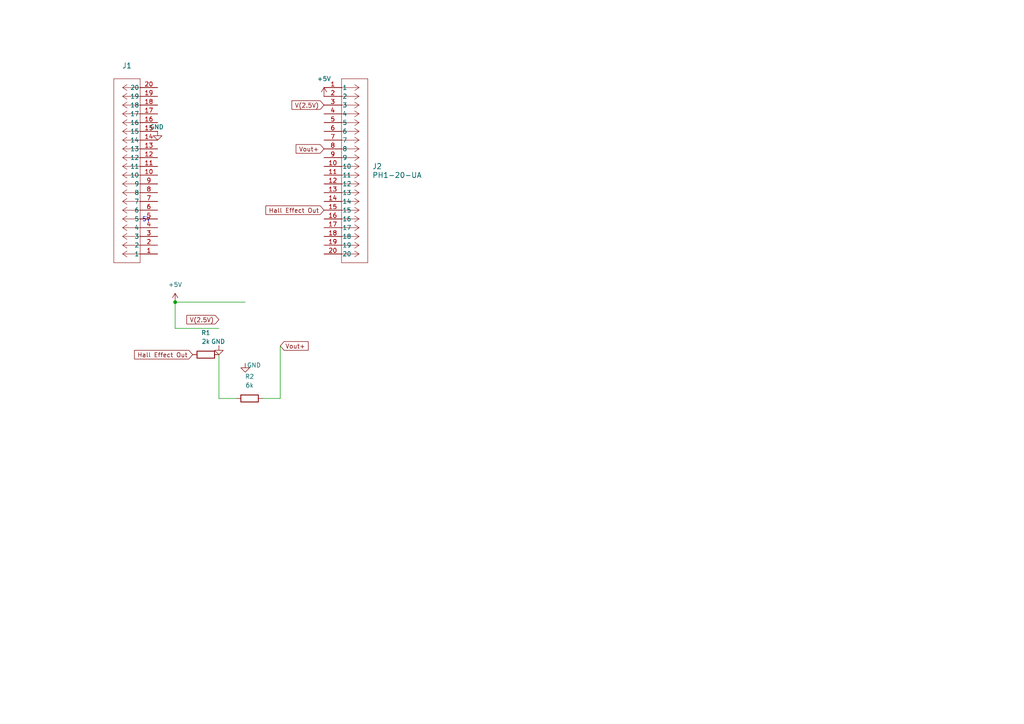
<source format=kicad_sch>
(kicad_sch (version 20250114) (generator "eeschema") (generator_version "9.0")
  (paper "A4")
  (lib_symbols
    (symbol "20 pins:PH1-20-UA" (pin_names (offset 0.254))
      (property "Reference" "J" (at 8.89 6.35 0))
      (property "Value" "PH1-20-UA" (at 0 0 0))
      (symbol "PH1-20-UA_1_1"
        (polyline (pts (xy 5.08 2.54) (xy 5.08 -50.8)) (stroke (width 0.127)))
        (polyline (pts (xy 5.08 -50.8) (xy 12.7 -50.8)) (stroke (width 0.127)))
        (polyline (pts (xy 10.16 0) (xy 5.08 0)) (stroke (width 0.127)))
        (polyline (pts (xy 10.16 0) (xy 8.89 0.8467)) (stroke (width 0.127)))
        (polyline (pts (xy 10.16 0) (xy 8.89 -0.8467)) (stroke (width 0.127)))
        (polyline (pts (xy 10.16 -2.54) (xy 5.08 -2.54)) (stroke (width 0.127)))
        (polyline (pts (xy 10.16 -2.54) (xy 8.89 -1.6933)) (stroke (width 0.127)))
        (polyline (pts (xy 10.16 -2.54) (xy 8.89 -3.3867)) (stroke (width 0.127)))
        (polyline (pts (xy 10.16 -5.08) (xy 5.08 -5.08)) (stroke (width 0.127)))
        (polyline (pts (xy 10.16 -5.08) (xy 8.89 -4.2333)) (stroke (width 0.127)))
        (polyline (pts (xy 10.16 -5.08) (xy 8.89 -5.9267)) (stroke (width 0.127)))
        (polyline (pts (xy 10.16 -7.62) (xy 5.08 -7.62)) (stroke (width 0.127)))
        (polyline (pts (xy 10.16 -7.62) (xy 8.89 -6.7733)) (stroke (width 0.127)))
        (polyline (pts (xy 10.16 -7.62) (xy 8.89 -8.4667)) (stroke (width 0.127)))
        (polyline (pts (xy 10.16 -10.16) (xy 5.08 -10.16)) (stroke (width 0.127)))
        (polyline (pts (xy 10.16 -10.16) (xy 8.89 -9.3133)) (stroke (width 0.127)))
        (polyline (pts (xy 10.16 -10.16) (xy 8.89 -11.0067)) (stroke (width 0.127)))
        (polyline (pts (xy 10.16 -12.7) (xy 5.08 -12.7)) (stroke (width 0.127)))
        (polyline (pts (xy 10.16 -12.7) (xy 8.89 -11.8533)) (stroke (width 0.127)))
        (polyline (pts (xy 10.16 -12.7) (xy 8.89 -13.5467)) (stroke (width 0.127)))
        (polyline (pts (xy 10.16 -15.24) (xy 5.08 -15.24)) (stroke (width 0.127)))
        (polyline (pts (xy 10.16 -15.24) (xy 8.89 -14.3933)) (stroke (width 0.127)))
        (polyline (pts (xy 10.16 -15.24) (xy 8.89 -16.0867)) (stroke (width 0.127)))
        (polyline (pts (xy 10.16 -17.78) (xy 5.08 -17.78)) (stroke (width 0.127)))
        (polyline (pts (xy 10.16 -17.78) (xy 8.89 -16.9333)) (stroke (width 0.127)))
        (polyline (pts (xy 10.16 -17.78) (xy 8.89 -18.6267)) (stroke (width 0.127)))
        (polyline (pts (xy 10.16 -20.32) (xy 5.08 -20.32)) (stroke (width 0.127)))
        (polyline (pts (xy 10.16 -20.32) (xy 8.89 -19.4733)) (stroke (width 0.127)))
        (polyline (pts (xy 10.16 -20.32) (xy 8.89 -21.1667)) (stroke (width 0.127)))
        (polyline (pts (xy 10.16 -22.86) (xy 5.08 -22.86)) (stroke (width 0.127)))
        (polyline (pts (xy 10.16 -22.86) (xy 8.89 -22.0133)) (stroke (width 0.127)))
        (polyline (pts (xy 10.16 -22.86) (xy 8.89 -23.7067)) (stroke (width 0.127)))
        (polyline (pts (xy 10.16 -25.4) (xy 5.08 -25.4)) (stroke (width 0.127)))
        (polyline (pts (xy 10.16 -25.4) (xy 8.89 -24.5533)) (stroke (width 0.127)))
        (polyline (pts (xy 10.16 -25.4) (xy 8.89 -26.2467)) (stroke (width 0.127)))
        (polyline (pts (xy 10.16 -27.94) (xy 5.08 -27.94)) (stroke (width 0.127)))
        (polyline (pts (xy 10.16 -27.94) (xy 8.89 -27.0933)) (stroke (width 0.127)))
        (polyline (pts (xy 10.16 -27.94) (xy 8.89 -28.7867)) (stroke (width 0.127)))
        (polyline (pts (xy 10.16 -30.48) (xy 5.08 -30.48)) (stroke (width 0.127)))
        (polyline (pts (xy 10.16 -30.48) (xy 8.89 -29.6333)) (stroke (width 0.127)))
        (polyline (pts (xy 10.16 -30.48) (xy 8.89 -31.3267)) (stroke (width 0.127)))
        (polyline (pts (xy 10.16 -33.02) (xy 5.08 -33.02)) (stroke (width 0.127)))
        (polyline (pts (xy 10.16 -33.02) (xy 8.89 -32.1733)) (stroke (width 0.127)))
        (polyline (pts (xy 10.16 -33.02) (xy 8.89 -33.8667)) (stroke (width 0.127)))
        (polyline (pts (xy 10.16 -35.56) (xy 5.08 -35.56)) (stroke (width 0.127)))
        (polyline (pts (xy 10.16 -35.56) (xy 8.89 -34.7133)) (stroke (width 0.127)))
        (polyline (pts (xy 10.16 -35.56) (xy 8.89 -36.4067)) (stroke (width 0.127)))
        (polyline (pts (xy 10.16 -38.1) (xy 5.08 -38.1)) (stroke (width 0.127)))
        (polyline (pts (xy 10.16 -38.1) (xy 8.89 -37.2533)) (stroke (width 0.127)))
        (polyline (pts (xy 10.16 -38.1) (xy 8.89 -38.9467)) (stroke (width 0.127)))
        (polyline (pts (xy 10.16 -40.64) (xy 5.08 -40.64)) (stroke (width 0.127)))
        (polyline (pts (xy 10.16 -40.64) (xy 8.89 -39.7933)) (stroke (width 0.127)))
        (polyline (pts (xy 10.16 -40.64) (xy 8.89 -41.4867)) (stroke (width 0.127)))
        (polyline (pts (xy 10.16 -43.18) (xy 5.08 -43.18)) (stroke (width 0.127)))
        (polyline (pts (xy 10.16 -43.18) (xy 8.89 -42.3333)) (stroke (width 0.127)))
        (polyline (pts (xy 10.16 -43.18) (xy 8.89 -44.0267)) (stroke (width 0.127)))
        (polyline (pts (xy 10.16 -45.72) (xy 5.08 -45.72)) (stroke (width 0.127)))
        (polyline (pts (xy 10.16 -45.72) (xy 8.89 -44.8733)) (stroke (width 0.127)))
        (polyline (pts (xy 10.16 -45.72) (xy 8.89 -46.5667)) (stroke (width 0.127)))
        (polyline (pts (xy 10.16 -48.26) (xy 5.08 -48.26)) (stroke (width 0.127)))
        (polyline (pts (xy 10.16 -48.26) (xy 8.89 -47.4133)) (stroke (width 0.127)))
        (polyline (pts (xy 10.16 -48.26) (xy 8.89 -49.1067)) (stroke (width 0.127)))
        (polyline (pts (xy 12.7 2.54) (xy 5.08 2.54)) (stroke (width 0.127)))
        (polyline (pts (xy 12.7 -50.8) (xy 12.7 2.54)) (stroke (width 0.127)))
        (pin unspecified line (at 0 0 0) (length 5.08) (name "1") (number "1"))
        (pin unspecified line (at 0 -2.54 0) (length 5.08) (name "2") (number "2"))
        (pin unspecified line (at 0 -5.08 0) (length 5.08) (name "3") (number "3"))
        (pin unspecified line (at 0 -7.62 0) (length 5.08) (name "4") (number "4"))
        (pin unspecified line (at 0 -10.16 0) (length 5.08) (name "5") (number "5"))
        (pin unspecified line (at 0 -12.7 0) (length 5.08) (name "6") (number "6"))
        (pin unspecified line (at 0 -15.24 0) (length 5.08) (name "7") (number "7"))
        (pin unspecified line (at 0 -17.78 0) (length 5.08) (name "8") (number "8"))
        (pin unspecified line (at 0 -20.32 0) (length 5.08) (name "9") (number "9"))
        (pin unspecified line (at 0 -22.86 0) (length 5.08) (name "10") (number "10"))
        (pin unspecified line (at 0 -25.4 0) (length 5.08) (name "11") (number "11"))
        (pin unspecified line (at 0 -27.94 0) (length 5.08) (name "12") (number "12"))
        (pin unspecified line (at 0 -30.48 0) (length 5.08) (name "13") (number "13"))
        (pin unspecified line (at 0 -33.02 0) (length 5.08) (name "14") (number "14"))
        (pin unspecified line (at 0 -35.56 0) (length 5.08) (name "15") (number "15"))
        (pin unspecified line (at 0 -38.1 0) (length 5.08) (name "16") (number "16"))
        (pin unspecified line (at 0 -40.64 0) (length 5.08) (name "17") (number "17"))
        (pin unspecified line (at 0 -43.18 0) (length 5.08) (name "18") (number "18"))
        (pin unspecified line (at 0 -45.72 0) (length 5.08) (name "19") (number "19"))
        (pin unspecified line (at 0 -48.26 0) (length 5.08) (name "20") (number "20"))
      )
      (symbol "PH1-20-UA_1_2"
        (polyline (pts (xy 5.08 2.54) (xy 5.08 -50.8)) (stroke (width 0.127)))
        (polyline (pts (xy 5.08 -50.8) (xy 12.7 -50.8)) (stroke (width 0.127)))
        (polyline (pts (xy 7.62 0) (xy 5.08 0)) (stroke (width 0.127)))
        (polyline (pts (xy 7.62 0) (xy 8.89 0.8467)) (stroke (width 0.127)))
        (polyline (pts (xy 7.62 0) (xy 8.89 -0.8467)) (stroke (width 0.127)))
        (polyline (pts (xy 7.62 -2.54) (xy 5.08 -2.54)) (stroke (width 0.127)))
        (polyline (pts (xy 7.62 -2.54) (xy 8.89 -1.6933)) (stroke (width 0.127)))
        (polyline (pts (xy 7.62 -2.54) (xy 8.89 -3.3867)) (stroke (width 0.127)))
        (polyline (pts (xy 7.62 -5.08) (xy 5.08 -5.08)) (stroke (width 0.127)))
        (polyline (pts (xy 7.62 -5.08) (xy 8.89 -4.2333)) (stroke (width 0.127)))
        (polyline (pts (xy 7.62 -5.08) (xy 8.89 -5.9267)) (stroke (width 0.127)))
        (polyline (pts (xy 7.62 -7.62) (xy 5.08 -7.62)) (stroke (width 0.127)))
        (polyline (pts (xy 7.62 -7.62) (xy 8.89 -6.7733)) (stroke (width 0.127)))
        (polyline (pts (xy 7.62 -7.62) (xy 8.89 -8.4667)) (stroke (width 0.127)))
        (polyline (pts (xy 7.62 -10.16) (xy 5.08 -10.16)) (stroke (width 0.127)))
        (polyline (pts (xy 7.62 -10.16) (xy 8.89 -9.3133)) (stroke (width 0.127)))
        (polyline (pts (xy 7.62 -10.16) (xy 8.89 -11.0067)) (stroke (width 0.127)))
        (polyline (pts (xy 7.62 -12.7) (xy 5.08 -12.7)) (stroke (width 0.127)))
        (polyline (pts (xy 7.62 -12.7) (xy 8.89 -11.8533)) (stroke (width 0.127)))
        (polyline (pts (xy 7.62 -12.7) (xy 8.89 -13.5467)) (stroke (width 0.127)))
        (polyline (pts (xy 7.62 -15.24) (xy 5.08 -15.24)) (stroke (width 0.127)))
        (polyline (pts (xy 7.62 -15.24) (xy 8.89 -14.3933)) (stroke (width 0.127)))
        (polyline (pts (xy 7.62 -15.24) (xy 8.89 -16.0867)) (stroke (width 0.127)))
        (polyline (pts (xy 7.62 -17.78) (xy 5.08 -17.78)) (stroke (width 0.127)))
        (polyline (pts (xy 7.62 -17.78) (xy 8.89 -16.9333)) (stroke (width 0.127)))
        (polyline (pts (xy 7.62 -17.78) (xy 8.89 -18.6267)) (stroke (width 0.127)))
        (polyline (pts (xy 7.62 -20.32) (xy 5.08 -20.32)) (stroke (width 0.127)))
        (polyline (pts (xy 7.62 -20.32) (xy 8.89 -19.4733)) (stroke (width 0.127)))
        (polyline (pts (xy 7.62 -20.32) (xy 8.89 -21.1667)) (stroke (width 0.127)))
        (polyline (pts (xy 7.62 -22.86) (xy 5.08 -22.86)) (stroke (width 0.127)))
        (polyline (pts (xy 7.62 -22.86) (xy 8.89 -22.0133)) (stroke (width 0.127)))
        (polyline (pts (xy 7.62 -22.86) (xy 8.89 -23.7067)) (stroke (width 0.127)))
        (polyline (pts (xy 7.62 -25.4) (xy 5.08 -25.4)) (stroke (width 0.127)))
        (polyline (pts (xy 7.62 -25.4) (xy 8.89 -24.5533)) (stroke (width 0.127)))
        (polyline (pts (xy 7.62 -25.4) (xy 8.89 -26.2467)) (stroke (width 0.127)))
        (polyline (pts (xy 7.62 -27.94) (xy 5.08 -27.94)) (stroke (width 0.127)))
        (polyline (pts (xy 7.62 -27.94) (xy 8.89 -27.0933)) (stroke (width 0.127)))
        (polyline (pts (xy 7.62 -27.94) (xy 8.89 -28.7867)) (stroke (width 0.127)))
        (polyline (pts (xy 7.62 -30.48) (xy 5.08 -30.48)) (stroke (width 0.127)))
        (polyline (pts (xy 7.62 -30.48) (xy 8.89 -29.6333)) (stroke (width 0.127)))
        (polyline (pts (xy 7.62 -30.48) (xy 8.89 -31.3267)) (stroke (width 0.127)))
        (polyline (pts (xy 7.62 -33.02) (xy 5.08 -33.02)) (stroke (width 0.127)))
        (polyline (pts (xy 7.62 -33.02) (xy 8.89 -32.1733)) (stroke (width 0.127)))
        (polyline (pts (xy 7.62 -33.02) (xy 8.89 -33.8667)) (stroke (width 0.127)))
        (polyline (pts (xy 7.62 -35.56) (xy 5.08 -35.56)) (stroke (width 0.127)))
        (polyline (pts (xy 7.62 -35.56) (xy 8.89 -34.7133)) (stroke (width 0.127)))
        (polyline (pts (xy 7.62 -35.56) (xy 8.89 -36.4067)) (stroke (width 0.127)))
        (polyline (pts (xy 7.62 -38.1) (xy 5.08 -38.1)) (stroke (width 0.127)))
        (polyline (pts (xy 7.62 -38.1) (xy 8.89 -37.2533)) (stroke (width 0.127)))
        (polyline (pts (xy 7.62 -38.1) (xy 8.89 -38.9467)) (stroke (width 0.127)))
        (polyline (pts (xy 7.62 -40.64) (xy 5.08 -40.64)) (stroke (width 0.127)))
        (polyline (pts (xy 7.62 -40.64) (xy 8.89 -39.7933)) (stroke (width 0.127)))
        (polyline (pts (xy 7.62 -40.64) (xy 8.89 -41.4867)) (stroke (width 0.127)))
        (polyline (pts (xy 7.62 -43.18) (xy 5.08 -43.18)) (stroke (width 0.127)))
        (polyline (pts (xy 7.62 -43.18) (xy 8.89 -42.3333)) (stroke (width 0.127)))
        (polyline (pts (xy 7.62 -43.18) (xy 8.89 -44.0267)) (stroke (width 0.127)))
        (polyline (pts (xy 7.62 -45.72) (xy 5.08 -45.72)) (stroke (width 0.127)))
        (polyline (pts (xy 7.62 -45.72) (xy 8.89 -44.8733)) (stroke (width 0.127)))
        (polyline (pts (xy 7.62 -45.72) (xy 8.89 -46.5667)) (stroke (width 0.127)))
        (polyline (pts (xy 7.62 -48.26) (xy 5.08 -48.26)) (stroke (width 0.127)))
        (polyline (pts (xy 7.62 -48.26) (xy 8.89 -47.4133)) (stroke (width 0.127)))
        (polyline (pts (xy 7.62 -48.26) (xy 8.89 -49.1067)) (stroke (width 0.127)))
        (polyline (pts (xy 12.7 2.54) (xy 5.08 2.54)) (stroke (width 0.127)))
        (polyline (pts (xy 12.7 -50.8) (xy 12.7 2.54)) (stroke (width 0.127)))
        (pin unspecified line (at 0 0 0) (length 5.08) (name "1") (number "1"))
        (pin unspecified line (at 0 -2.54 0) (length 5.08) (name "2") (number "2"))
        (pin unspecified line (at 0 -5.08 0) (length 5.08) (name "3") (number "3"))
        (pin unspecified line (at 0 -7.62 0) (length 5.08) (name "4") (number "4"))
        (pin unspecified line (at 0 -10.16 0) (length 5.08) (name "5") (number "5"))
        (pin unspecified line (at 0 -12.7 0) (length 5.08) (name "6") (number "6"))
        (pin unspecified line (at 0 -15.24 0) (length 5.08) (name "7") (number "7"))
        (pin unspecified line (at 0 -17.78 0) (length 5.08) (name "8") (number "8"))
        (pin unspecified line (at 0 -20.32 0) (length 5.08) (name "9") (number "9"))
        (pin unspecified line (at 0 -22.86 0) (length 5.08) (name "10") (number "10"))
        (pin unspecified line (at 0 -25.4 0) (length 5.08) (name "11") (number "11"))
        (pin unspecified line (at 0 -27.94 0) (length 5.08) (name "12") (number "12"))
        (pin unspecified line (at 0 -30.48 0) (length 5.08) (name "13") (number "13"))
        (pin unspecified line (at 0 -33.02 0) (length 5.08) (name "14") (number "14"))
        (pin unspecified line (at 0 -35.56 0) (length 5.08) (name "15") (number "15"))
        (pin unspecified line (at 0 -38.1 0) (length 5.08) (name "16") (number "16"))
        (pin unspecified line (at 0 -40.64 0) (length 5.08) (name "17") (number "17"))
        (pin unspecified line (at 0 -43.18 0) (length 5.08) (name "18") (number "18"))
        (pin unspecified line (at 0 -45.72 0) (length 5.08) (name "19") (number "19"))
        (pin unspecified line (at 0 -48.26 0) (length 5.08) (name "20") (number "20"))
      )
    )
    (symbol "Device:R" (pin_numbers (hide yes)) (pin_names (offset 0))
      (property "Reference" "R" (at 2.032 0 90))
      (property "Value" "R" (at 0 0 90))
      (symbol "R_0_1"
        (rectangle (start -1.016 -2.54) (end 1.016 2.54) (stroke (width 0.254)))
      )
      (symbol "R_1_1"
        (pin passive line (at 0 3.81 270) (length 1.27) (name "~") (number "1"))
        (pin passive line (at 0 -3.81 90) (length 1.27) (name "~") (number "2"))
      )
    )
    (symbol "power:+5V" (power) (pin_numbers (hide yes)) (pin_names (offset 0) (hide yes))
      (property "Value" "+5V" (at 0 3.556 0))
      (symbol "+5V_0_1"
        (polyline (pts (xy -0.762 1.27) (xy 0 2.54)))
        (polyline (pts (xy 0 2.54) (xy 0.762 1.27)))
        (polyline (pts (xy 0 0) (xy 0 2.54)))
      )
      (symbol "+5V_1_1"
        (pin power_in line (at 0 0 90) (length 0) (name "~") (number "1"))
      )
    )
    (symbol "power:GND" (power) (pin_numbers (hide yes)) (pin_names (offset 0) (hide yes))
      (property "Value" "GND" (at 0 -3.81 0))
      (symbol "GND_0_1"
        (polyline (pts (xy 0 0) (xy 0 -1.27) (xy 1.27 -1.27) (xy 0 -2.54) (xy -1.27 -1.27) (xy 0 -1.27)))
      )
      (symbol "GND_1_1"
        (pin power_in line (at 0 0 270) (length 0) (name "~") (number "1"))
      )
    )
  )
  (text "5V" (at 42.418 63.754 0) (effects (font (size 1.27 1.27))))
  (junction (at 50.8 87.63))
  (wire (pts (xy 63.5 115.57) (xy 63.5 102.87)))
  (wire (pts (xy 81.28 100.33) (xy 81.28 115.57)))
  (wire (pts (xy 50.8 87.63) (xy 50.8 95.25)))
  (wire (pts (xy 71.12 87.63) (xy 50.8 87.63)))
  (wire (pts (xy 50.8 95.25) (xy 63.5 95.25)))
  (wire (pts (xy 81.28 115.57) (xy 76.2 115.57)))
  (wire (pts (xy 68.58 115.57) (xy 63.5 115.57)))
  (global_label "V(2.5V)" (shape input) (at 93.98 30.48 180) (property "Intersheetrefs" "${INTERSHEET_REFS}" (effects (hide yes))))
  (global_label "Hall Effect Out" (shape input) (at 93.98 60.96 180) (property "Intersheetrefs" "${INTERSHEET_REFS}" (effects (hide yes))))
  (global_label "Vout+" (shape input) (at 93.98 43.18 180) (property "Intersheetrefs" "${INTERSHEET_REFS}" (effects (hide yes))))
  (global_label "Vout+" (shape input) (at 81.28 100.33 0) (property "Intersheetrefs" "${INTERSHEET_REFS}" (effects (hide yes))))
  (global_label "Hall Effect Out" (shape input) (at 55.88 102.87 180) (property "Intersheetrefs" "${INTERSHEET_REFS}" (effects (hide yes))))
  (global_label "V(2.5V)" (shape input) (at 63.5 92.71 180) (property "Intersheetrefs" "${INTERSHEET_REFS}" (effects (hide yes))))
  (symbol (lib_id "20 pins:PH1-20-UA") (at 45.72 73.66 180) (unit 1)
    (property "Reference" "J1" (at 36.83 19.05 0) (effects (font (size 1.524 1.524))))
    (property "Value" "PH1-20-UA" (effects (hide yes)))
    (property "Footprint" "Connector_PinHeader_2.54mm:PinHeader_1x20_P2.54mm_Vertical" (effects (hide yes)))
    (property "Datasheet" "https://app.adam-tech.com/products/download/data_sheet/201605/ph1-xx-ua-data-sheet.pdf" (effects (hide yes)))
  )
  (symbol (lib_id "power:+5V") (at 50.8 87.63 0) (unit 1)
    (property "Reference" "#PWR02" (effects (hide yes)))
    (property "Value" "+5V" (at 50.8 82.55 0))
    (property "Description" "Power symbol creates a global label with name \"+5V\"" (effects (hide yes)))
  )
  (symbol (lib_id "Device:R") (at 72.39 115.57 90) (unit 1)
    (property "Reference" "R2" (at 72.39 109.22 90))
    (property "Value" "6k" (at 72.39 111.76 90))
    (property "Footprint" "Resistor_THT:R_Axial_DIN0207_L6.3mm_D2.5mm_P10.16mm_Horizontal" (effects (hide yes)))
    (property "Description" "Resistor" (effects (hide yes)))
  )
  (symbol (lib_id "power:GND") (at 45.72 38.1 0) (unit 1)
    (property "Reference" "#PWR01" (effects (hide yes)))
    (property "Value" "GND" (at 45.466 36.83 0))
    (property "Description" "Power symbol creates a global label with name \"GND\" , ground" (effects (hide yes)))
  )
  (symbol (lib_id "Device:R") (at 59.69 102.87 90) (unit 1)
    (property "Reference" "R1" (at 59.69 96.52 90))
    (property "Value" "2k" (at 59.69 99.06 90))
    (property "Footprint" "Resistor_THT:R_Axial_DIN0207_L6.3mm_D2.5mm_P10.16mm_Horizontal" (effects (hide yes)))
    (property "Description" "Resistor" (effects (hide yes)))
  )
  (symbol (lib_id "20 pins:PH1-20-UA") (at 93.98 25.4 0) (unit 1)
    (property "Reference" "J2" (at 107.95 48.2599 0) (effects (font (size 1.524 1.524)) (justify left)))
    (property "Value" "PH1-20-UA" (at 107.95 50.7999 0) (effects (font (size 1.524 1.524)) (justify left)))
    (property "Footprint" "Connector_PinHeader_2.54mm:PinHeader_1x20_P2.54mm_Vertical" (effects (hide yes)))
    (property "Datasheet" "https://app.adam-tech.com/products/download/data_sheet/201605/ph1-xx-ua-data-sheet.pdf" (effects (hide yes)))
  )
  (symbol (lib_id "power:GND") (at 63.5 100.33 0) (unit 1)
    (property "Reference" "#PWR03" (effects (hide yes)))
    (property "Value" "GND" (at 63.246 99.06 0))
    (property "Description" "Power symbol creates a global label with name \"GND\" , ground" (effects (hide yes)))
  )
  (symbol (lib_id "power:GND") (at 71.12 105.41 0) (unit 1)
    (property "Reference" "#PWR04" (effects (hide yes)))
    (property "Value" "GND" (at 73.66 105.918 0))
    (property "Description" "Power symbol creates a global label with name \"GND\" , ground" (effects (hide yes)))
  )
  (symbol (lib_id "power:+5V") (at 93.98 27.94 0) (unit 1)
    (property "Reference" "#PWR05" (effects (hide yes)))
    (property "Value" "+5V" (at 93.98 22.86 0))
    (property "Description" "Power symbol creates a global label with name \"+5V\"" (effects (hide yes)))
  )
)
</source>
